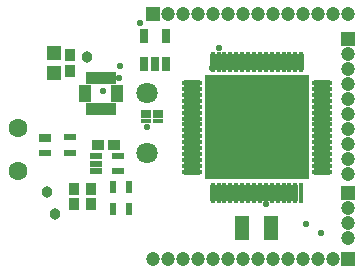
<source format=gbs>
%FSAX25Y25*%
%MOIN*%
G70*
G01*
G75*
G04 Layer_Color=16711935*
%ADD10R,0.02362X0.08661*%
%ADD11R,0.03543X0.02756*%
%ADD12R,0.02756X0.03543*%
%ADD13R,0.03622X0.01575*%
%ADD14R,0.01575X0.01575*%
%ADD15R,0.05118X0.05906*%
%ADD16R,0.01575X0.01575*%
%ADD17R,0.03937X0.02756*%
%ADD18R,0.04331X0.03937*%
%ADD19R,0.03347X0.03937*%
%ADD20R,0.03347X0.03937*%
%ADD21R,0.00866X0.02756*%
%ADD22R,0.03937X0.04331*%
%ADD23R,0.03937X0.09055*%
%ADD24C,0.01000*%
%ADD25C,0.00800*%
%ADD26C,0.01200*%
%ADD27C,0.01500*%
%ADD28C,0.02400*%
%ADD29C,0.04000*%
%ADD30C,0.02000*%
%ADD31C,0.02500*%
%ADD32C,0.03543*%
%ADD33C,0.03000*%
%ADD34C,0.01400*%
%ADD35C,0.03000*%
%ADD36C,0.05500*%
%ADD37C,0.06299*%
%ADD38C,0.03937*%
%ADD39R,0.03937X0.03937*%
%ADD40R,0.03937X0.03937*%
%ADD41C,0.01500*%
%ADD42C,0.01300*%
%ADD43C,0.02000*%
%ADD44C,0.02400*%
%ADD45C,0.01400*%
%ADD46C,0.01800*%
G04:AMPARAMS|DCode=47|XSize=193.75mil|YSize=195.16mil|CornerRadius=0mil|HoleSize=0mil|Usage=FLASHONLY|Rotation=45.000|XOffset=0mil|YOffset=0mil|HoleType=Round|Shape=Rectangle|*
%AMROTATEDRECTD47*
4,1,4,0.00050,-0.13750,-0.13750,0.00050,-0.00050,0.13750,0.13750,-0.00050,0.00050,-0.13750,0.0*
%
%ADD47ROTATEDRECTD47*%

%ADD48R,0.05309X0.05255*%
%ADD49R,0.01575X0.03622*%
%ADD50R,0.03937X0.07087*%
%ADD51R,0.03622X0.02362*%
%ADD52R,0.02756X0.00866*%
%ADD53O,0.06102X0.00984*%
%ADD54O,0.00984X0.06102*%
%ADD55R,0.00984X0.06102*%
%ADD56R,0.34252X0.34252*%
%ADD57R,0.02362X0.04331*%
%ADD58R,0.03150X0.01181*%
%ADD59R,0.01181X0.03642*%
%ADD60C,0.00787*%
%ADD61C,0.00984*%
%ADD62C,0.00394*%
%ADD63C,0.00300*%
%ADD64C,0.00500*%
%ADD65C,0.00299*%
%ADD66R,0.03162X0.09461*%
%ADD67R,0.04343X0.03556*%
%ADD68R,0.03556X0.04343*%
%ADD69R,0.04422X0.02375*%
%ADD70R,0.02375X0.02375*%
%ADD71R,0.05918X0.06706*%
%ADD72R,0.02375X0.02375*%
%ADD73R,0.04737X0.03556*%
%ADD74R,0.05131X0.04737*%
%ADD75R,0.04147X0.04737*%
%ADD76R,0.04147X0.04737*%
%ADD77R,0.01666X0.03556*%
%ADD78R,0.04737X0.05131*%
%ADD79R,0.04737X0.09855*%
%ADD80C,0.03800*%
%ADD81C,0.06300*%
%ADD82C,0.07099*%
%ADD83C,0.04737*%
%ADD84R,0.04737X0.04737*%
%ADD85R,0.04737X0.04737*%
%ADD86C,0.02200*%
%ADD87R,0.02375X0.04422*%
%ADD88R,0.04737X0.07887*%
%ADD89R,0.04422X0.03162*%
%ADD90R,0.03556X0.01666*%
%ADD91O,0.06902X0.01784*%
%ADD92O,0.01784X0.06902*%
%ADD93R,0.01784X0.06902*%
%ADD94R,0.35052X0.35052*%
%ADD95R,0.03162X0.05131*%
%ADD96R,0.03950X0.01981*%
%ADD97R,0.01981X0.04442*%
D67*
X0266659Y0366800D02*
D03*
X0261541D02*
D03*
D68*
X0252100Y0396659D02*
D03*
Y0391541D02*
D03*
X0259000Y0346941D02*
D03*
Y0352059D02*
D03*
X0253400Y0346941D02*
D03*
Y0352059D02*
D03*
D69*
X0260760Y0357941D02*
D03*
Y0360500D02*
D03*
X0268240Y0363059D02*
D03*
Y0357941D02*
D03*
X0260760Y0363059D02*
D03*
X0252002Y0364186D02*
D03*
Y0369304D02*
D03*
X0243735Y0364186D02*
D03*
D78*
X0246600Y0390754D02*
D03*
Y0397446D02*
D03*
D80*
X0247000Y0343600D02*
D03*
X0244500Y0351200D02*
D03*
X0257800Y0396000D02*
D03*
D81*
X0234800Y0358229D02*
D03*
Y0372371D02*
D03*
D82*
X0277800Y0384139D02*
D03*
Y0364061D02*
D03*
D83*
X0344900Y0410500D02*
D03*
X0339900D02*
D03*
X0334900D02*
D03*
X0329900D02*
D03*
X0324900D02*
D03*
X0319900D02*
D03*
X0314900D02*
D03*
X0309900D02*
D03*
X0304900D02*
D03*
X0299900D02*
D03*
X0294900D02*
D03*
X0289900D02*
D03*
X0284900D02*
D03*
X0339900Y0328600D02*
D03*
X0334900D02*
D03*
X0329900D02*
D03*
X0324900D02*
D03*
X0319900D02*
D03*
X0314900D02*
D03*
X0309900D02*
D03*
X0304900D02*
D03*
X0299900D02*
D03*
X0294900D02*
D03*
X0289900D02*
D03*
X0284900D02*
D03*
X0279900D02*
D03*
X0344900Y0335600D02*
D03*
Y0340600D02*
D03*
Y0345600D02*
D03*
Y0357100D02*
D03*
Y0362100D02*
D03*
Y0367100D02*
D03*
Y0372100D02*
D03*
Y0377100D02*
D03*
Y0382100D02*
D03*
Y0387100D02*
D03*
Y0392100D02*
D03*
Y0397100D02*
D03*
D84*
X0279900Y0410500D02*
D03*
X0344900Y0328600D02*
D03*
D85*
Y0350600D02*
D03*
Y0402100D02*
D03*
D86*
X0277700Y0372800D02*
D03*
X0268500Y0388900D02*
D03*
X0290700Y0387400D02*
D03*
X0301600Y0399000D02*
D03*
X0299400Y0392500D02*
D03*
X0268900Y0393200D02*
D03*
X0263100Y0384700D02*
D03*
X0317500Y0347100D02*
D03*
X0330900Y0340300D02*
D03*
X0275500Y0407300D02*
D03*
X0335600Y0337300D02*
D03*
D87*
X0271609Y0352840D02*
D03*
X0266491D02*
D03*
Y0345360D02*
D03*
X0271609D02*
D03*
D88*
X0319221Y0339100D02*
D03*
X0309379D02*
D03*
D89*
X0243700Y0369100D02*
D03*
D90*
X0281279Y0377875D02*
D03*
Y0376300D02*
D03*
Y0374725D02*
D03*
X0277520D02*
D03*
Y0376300D02*
D03*
Y0377875D02*
D03*
D91*
X0336152Y0357836D02*
D03*
Y0359805D02*
D03*
Y0361773D02*
D03*
Y0363742D02*
D03*
Y0365710D02*
D03*
Y0367679D02*
D03*
Y0369647D02*
D03*
Y0371616D02*
D03*
Y0373584D02*
D03*
Y0375553D02*
D03*
Y0377521D02*
D03*
Y0379490D02*
D03*
Y0381458D02*
D03*
Y0383427D02*
D03*
Y0385395D02*
D03*
Y0387364D02*
D03*
X0292648D02*
D03*
Y0385395D02*
D03*
Y0383427D02*
D03*
Y0381458D02*
D03*
Y0379490D02*
D03*
Y0377521D02*
D03*
Y0375553D02*
D03*
Y0373584D02*
D03*
Y0371616D02*
D03*
Y0369647D02*
D03*
Y0367679D02*
D03*
Y0365710D02*
D03*
Y0363742D02*
D03*
Y0361773D02*
D03*
Y0359805D02*
D03*
Y0357836D02*
D03*
D92*
X0329164Y0394352D02*
D03*
X0327195D02*
D03*
X0325227D02*
D03*
X0323258D02*
D03*
X0321290D02*
D03*
X0319321D02*
D03*
X0317353D02*
D03*
X0315384D02*
D03*
X0313416D02*
D03*
X0311447D02*
D03*
X0309479D02*
D03*
X0307510D02*
D03*
X0305542D02*
D03*
X0303573D02*
D03*
X0301605D02*
D03*
X0299636D02*
D03*
Y0350848D02*
D03*
X0301605D02*
D03*
X0303573D02*
D03*
X0305542D02*
D03*
X0307510D02*
D03*
X0309479D02*
D03*
X0311447D02*
D03*
X0313416D02*
D03*
X0315384D02*
D03*
X0317353D02*
D03*
X0319321D02*
D03*
X0321290D02*
D03*
X0323258D02*
D03*
X0325227D02*
D03*
X0327195D02*
D03*
D93*
X0329164D02*
D03*
D94*
X0314400Y0372600D02*
D03*
D95*
X0284240Y0393776D02*
D03*
X0280500D02*
D03*
X0276760D02*
D03*
Y0403224D02*
D03*
X0284240D02*
D03*
D96*
X0257221Y0385850D02*
D03*
Y0383882D02*
D03*
Y0381913D02*
D03*
X0267653D02*
D03*
Y0383882D02*
D03*
Y0385850D02*
D03*
D97*
X0258500Y0378764D02*
D03*
X0260469D02*
D03*
X0262437D02*
D03*
X0264405D02*
D03*
X0266374D02*
D03*
Y0389000D02*
D03*
X0264405D02*
D03*
X0262437D02*
D03*
X0260469D02*
D03*
X0258500D02*
D03*
M02*

</source>
